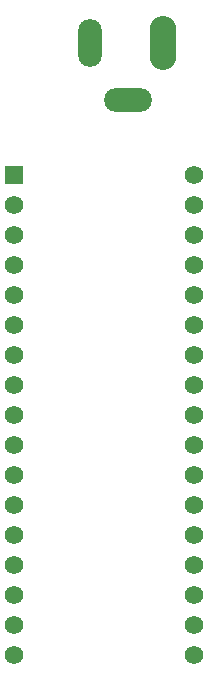
<source format=gbr>
%TF.GenerationSoftware,KiCad,Pcbnew,9.0.2*%
%TF.CreationDate,2025-06-26T16:26:35-07:00*%
%TF.ProjectId,basic-test,62617369-632d-4746-9573-742e6b696361,rev?*%
%TF.SameCoordinates,Original*%
%TF.FileFunction,Copper,L2,Bot*%
%TF.FilePolarity,Positive*%
%FSLAX46Y46*%
G04 Gerber Fmt 4.6, Leading zero omitted, Abs format (unit mm)*
G04 Created by KiCad (PCBNEW 9.0.2) date 2025-06-26 16:26:35*
%MOMM*%
%LPD*%
G01*
G04 APERTURE LIST*
%TA.AperFunction,ComponentPad*%
%ADD10R,1.574800X1.574800*%
%TD*%
%TA.AperFunction,ComponentPad*%
%ADD11C,1.574800*%
%TD*%
%TA.AperFunction,ComponentPad*%
%ADD12O,2.280000X4.560000*%
%TD*%
%TA.AperFunction,ComponentPad*%
%ADD13O,4.050000X2.025000*%
%TD*%
%TA.AperFunction,ComponentPad*%
%ADD14O,2.025000X4.050000*%
%TD*%
G04 APERTURE END LIST*
D10*
%TO.P,U1,1,MOSI*%
%TO.N,unconnected-(U1-MOSI-Pad1)*%
X112630000Y-82100000D03*
D11*
%TO.P,U1,2,RX_LED/SS*%
%TO.N,unconnected-(U1-RX_LED{slash}SS-Pad2)*%
X112630000Y-84640000D03*
%TO.P,U1,3,1/TX*%
%TO.N,unconnected-(U1-1{slash}TX-Pad3)*%
X112630000Y-87180000D03*
%TO.P,U1,4,0/RX*%
%TO.N,unconnected-(U1-0{slash}RX-Pad4)*%
X112630000Y-89720000D03*
%TO.P,U1,5,RESET*%
%TO.N,unconnected-(U1-RESET-Pad30)*%
X112630000Y-92260000D03*
%TO.P,U1,6,GND*%
%TO.N,GND*%
X112630000Y-94800000D03*
%TO.P,U1,7,2/SDA*%
%TO.N,unconnected-(U1-2{slash}SDA-Pad7)*%
X112630000Y-97340000D03*
%TO.P,U1,8,3(PWM)/SCL*%
%TO.N,unconnected-(U1-3(PWM){slash}SCL-Pad8)*%
X112630000Y-99880000D03*
%TO.P,U1,9,4/A6*%
%TO.N,unconnected-(U1-4{slash}A6-Pad9)*%
X112630000Y-102420000D03*
%TO.P,U1,10,5(PWM)*%
%TO.N,Net-(U1-5(PWM))*%
X112630000Y-104960000D03*
%TO.P,U1,11,6(PWM)/A7*%
%TO.N,unconnected-(U1-6(PWM){slash}A7-Pad11)*%
X112630000Y-107500000D03*
%TO.P,U1,12,7*%
%TO.N,unconnected-(U1-7-Pad12)*%
X112630000Y-110040000D03*
%TO.P,U1,13,8/A8*%
%TO.N,unconnected-(U1-8{slash}A8-Pad13)*%
X112630000Y-112580000D03*
%TO.P,U1,14,9(PWM)/A9*%
%TO.N,unconnected-(U1-9(PWM){slash}A9-Pad14)*%
X112630000Y-115120000D03*
%TO.P,U1,15,10(PWM)/A10*%
%TO.N,unconnected-(U1-10(PWM){slash}A10-Pad15)*%
X112630000Y-117660000D03*
%TO.P,U1,16,11(PWM)*%
%TO.N,unconnected-(U1-11(PWM)-Pad16)*%
X112630000Y-120200000D03*
%TO.P,U1,17,12/A11*%
%TO.N,unconnected-(U1-12{slash}A11-Pad17)*%
X112630000Y-122740000D03*
%TO.P,U1,18,13(PWM)*%
%TO.N,unconnected-(U1-13(PWM)-Pad18)*%
X127870000Y-122740000D03*
%TO.P,U1,19,3.3V*%
%TO.N,unconnected-(U1-3.3V-Pad19)*%
X127870000Y-120200000D03*
%TO.P,U1,20,AREF*%
%TO.N,unconnected-(U1-AREF-Pad20)*%
X127870000Y-117660000D03*
%TO.P,U1,21,A0*%
%TO.N,unconnected-(U1-A0-Pad21)*%
X127870000Y-115120000D03*
%TO.P,U1,22,A1*%
%TO.N,unconnected-(U1-A1-Pad22)*%
X127870000Y-112580000D03*
%TO.P,U1,23,A2*%
%TO.N,unconnected-(U1-A2-Pad23)*%
X127870000Y-110040000D03*
%TO.P,U1,24,A3*%
%TO.N,unconnected-(U1-A3-Pad24)*%
X127870000Y-107500000D03*
%TO.P,U1,25,A4*%
%TO.N,unconnected-(U1-A4-Pad25)*%
X127870000Y-104960000D03*
%TO.P,U1,26,A5*%
%TO.N,unconnected-(U1-A5-Pad26)*%
X127870000Y-102420000D03*
%TO.P,U1,27*%
%TO.N,N/C*%
X127870000Y-99880000D03*
%TO.P,U1,28*%
X127870000Y-97340000D03*
%TO.P,U1,29,+5V*%
%TO.N,unconnected-(U1-+5V-Pad29)*%
X127870000Y-94800000D03*
%TO.P,U1,30,RESET*%
%TO.N,unconnected-(U1-RESET-Pad30)_1*%
X127870000Y-92260000D03*
%TO.P,U1,31,GND*%
%TO.N,GND*%
X127870000Y-89720000D03*
%TO.P,U1,32,VIN*%
%TO.N,+7.5V*%
X127870000Y-87180000D03*
%TO.P,U1,33,MISO*%
%TO.N,unconnected-(U1-MISO-Pad33)*%
X127870000Y-84640000D03*
%TO.P,U1,34,SCK*%
%TO.N,unconnected-(U1-SCK-Pad34)*%
X127870000Y-82100000D03*
%TD*%
D12*
%TO.P,J1,PIN*%
%TO.N,+7.5V*%
X125250000Y-71000000D03*
D13*
%TO.P,J1,SHUNT*%
%TO.N,unconnected-(J1-PadSHUNT)*%
X122250000Y-75800000D03*
D14*
%TO.P,J1,SLEEVE*%
%TO.N,GND*%
X119000000Y-71000000D03*
%TD*%
M02*

</source>
